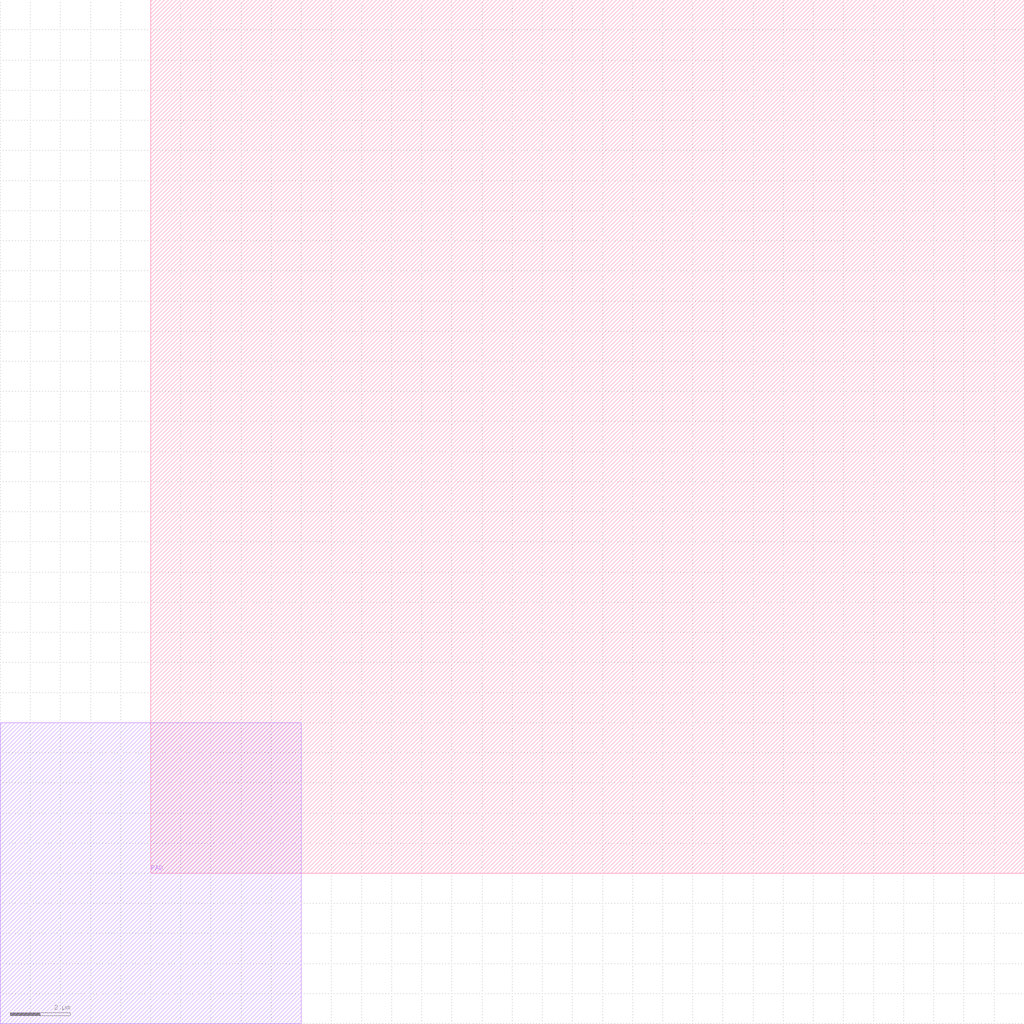
<source format=lef>
VERSION 5.6 ;
BUSBITCHARS "[]" ;
DIVIDERCHAR "/" ;

MACRO BUMP
  CLASS COVER BUMP ;
  ORIGIN 0 0 ;
  FOREIGN BUMP 0 0 ;
  SIZE 29 BY 29 ;
  PIN PAD
    DIRECTION INOUT ;
    USE SIGNAL ;
    PORT
      LAYER metal5 ;
        RECT -5 -5 5 5 ;
    END
  END PAD
END BUMP
</source>
